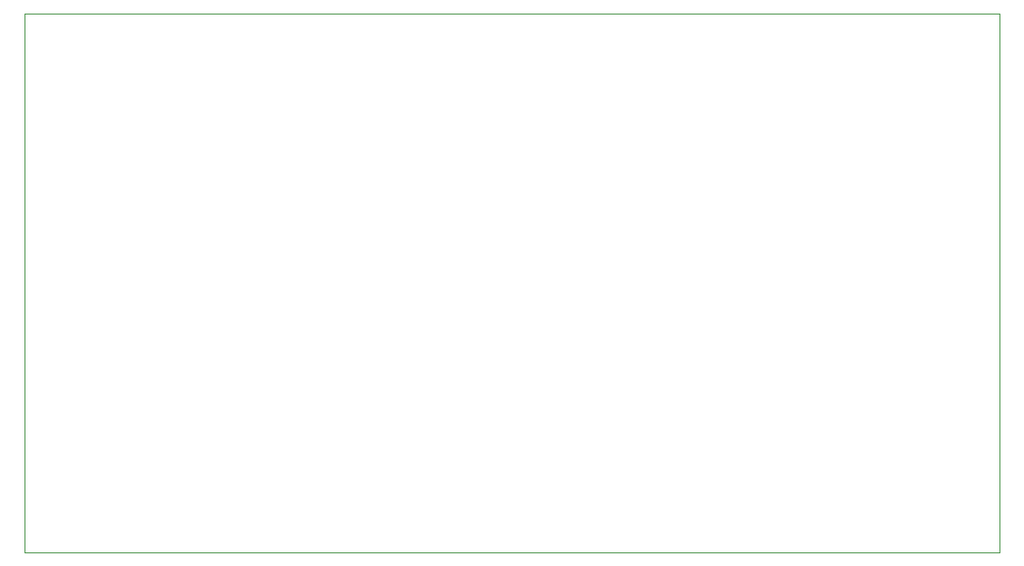
<source format=gbr>
%TF.GenerationSoftware,KiCad,Pcbnew,6.0.4-6f826c9f35~116~ubuntu20.04.1*%
%TF.CreationDate,2022-07-18T09:26:53+00:00*%
%TF.ProjectId,UST1BATTD01A,55535431-4241-4545-9444-3031412e6b69,rev?*%
%TF.SameCoordinates,PX463f660PY87a6900*%
%TF.FileFunction,Profile,NP*%
%FSLAX46Y46*%
G04 Gerber Fmt 4.6, Leading zero omitted, Abs format (unit mm)*
G04 Created by KiCad (PCBNEW 6.0.4-6f826c9f35~116~ubuntu20.04.1) date 2022-07-18 09:26:53*
%MOMM*%
%LPD*%
G01*
G04 APERTURE LIST*
%TA.AperFunction,Profile*%
%ADD10C,0.050000*%
%TD*%
G04 APERTURE END LIST*
D10*
X254000Y254000D02*
X91186000Y254000D01*
X91186000Y254000D02*
X91186000Y50546000D01*
X91186000Y50546000D02*
X254000Y50546000D01*
X254000Y50546000D02*
X254000Y254000D01*
M02*

</source>
